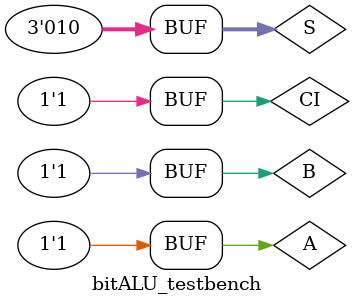
<source format=sv>
`timescale 1ns/10ps

module bitALU(A, B, CI, S, CO, out);
	input logic A, B, CI;
	input logic [2:0]S;
	output logic CO, out;
	
	logic andAB, xorAB, orAB, adderR;
	
	and #50 and1(andAB, A, B);
	xor #50 xor1(xorAB, A, B);
	or #50 or1(orAB, A, B);
	
	adderMux addermux1(A, B, S[0], CI, adderR, CO);
	
	
	logic [7:0]muxin;
	assign muxin[0] = B;
	assign muxin[2] = adderR;
	assign muxin[3] = adderR;
	assign muxin[4] = andAB;
	assign muxin[5] = orAB;
	assign muxin[6] = xorAB;
	
	eightToOneMux mux1(S, muxin, out);
	
endmodule

module bitALU_testbench;
	logic A, B, CI;
	logic [2:0]S;
	logic CO, out;
	
	initial begin
		
		B = 0; S = 3'b000; #800;
		B = 1; S = 3'b000; #800;
		B = 0; S = 3'b000; #800;
		B = 1; S = 3'b000; #800;
		
		
		
		// test and
		A = 0; B = 0; S = 3'b100; #800;
		A = 0; B = 1; S = 3'b100; #800;
		A = 1; B = 0; S = 3'b100; #800;
		A = 1; B = 1; S = 3'b100; #800;
		
		A = 0; B = 0; S = 3'b100; #800;
		A = 0; B = 1; S = 3'b100; #800;
		A = 1; B = 0; S = 3'b100; #800;
		A = 1; B = 1; S = 3'b100; #800;
		
		
		
		// test or 
		A = 0; B = 0; S = 3'b101; #800;
		A = 0; B = 1; S = 3'b101; #800;
		A = 1; B = 0; S = 3'b101; #800;
		A = 1; B = 1; S = 3'b101; #800;
		
		A = 0; B = 0; S = 3'b101; #800;
		A = 0; B = 1; S = 3'b101; #800;
		A = 1; B = 0; S = 3'b101; #800;
		A = 1; B = 1; S = 3'b101; #800;
		
		
		
		// test xor 
		A = 0; B = 0; S = 3'b110; #800;
		A = 0; B = 1; S = 3'b110; #800;
		A = 1; B = 0; S = 3'b110; #800;
		A = 1; B = 1; S = 3'b110; #800;
		
		A = 0; B = 0; S = 3'b110; #800;
		A = 0; B = 1; S = 3'b110; #800;
		A = 1; B = 0; S = 3'b110; #800;
		A = 1; B = 1; S = 3'b110; #800;
		
		
		// test add
		
		A = 0; B = 0; CI = 0; S = 3'b010; #800;
		A = 0; B = 1; CI = 0; S = 3'b010; #800;
		A = 1; B = 0; CI = 0; S = 3'b010; #800;
		A = 1; B = 1; CI = 0; S = 3'b010; #800;
		
		
		
		A = 0; B = 0; CI = 1; S = 3'b010; #800;
		A = 0; B = 1; CI = 1; S = 3'b010; #800;
		A = 1; B = 0; CI = 1; S = 3'b010; #800;
		A = 1; B = 1; CI = 1; S = 3'b010; #800;
		
		
	
		// test subtract
		
		A = 0; B = 0; CI = 0; S = 3'b011; #800;
		A = 0; B = 1; CI = 0; S = 3'b011; #800;
		A = 1; B = 0; CI = 0; S = 3'b011; #800;
		A = 1; B = 1; CI = 0; S = 3'b011; #800;
		
		
		
		A = 0; B = 0; CI = 1; S = 3'b010; #800;
		A = 0; B = 1; CI = 1; S = 3'b010; #800;
		A = 1; B = 0; CI = 1; S = 3'b010; #800;
		A = 1; B = 1; CI = 1; S = 3'b010; #800;
		
	end
	

	bitALU dut(.A, .B, .CI, .S, .CO, .out);
endmodule

</source>
